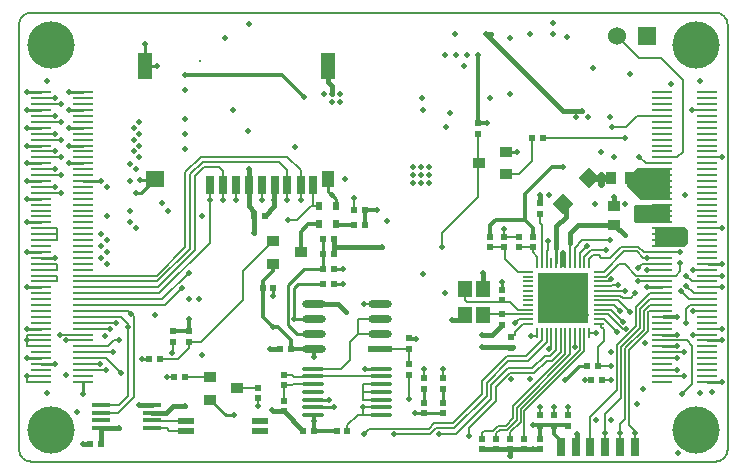
<source format=gtl>
%FSLAX44Y44*%
%MOMM*%
G71*
G01*
G75*
G04 Layer_Physical_Order=1*
G04 Layer_Color=255*
%ADD10R,0.5000X0.6000*%
%ADD11R,1.0668X0.8128*%
%ADD12R,0.6000X0.5000*%
%ADD13R,0.8000X1.6000*%
%ADD14O,2.0320X0.6096*%
%ADD15R,2.0320X0.6096*%
%ADD16O,2.0000X0.3500*%
%ADD17R,1.5000X0.4000*%
G04:AMPARAMS|DCode=18|XSize=0.22mm|YSize=0.8mm|CornerRadius=0mm|HoleSize=0mm|Usage=FLASHONLY|Rotation=90.000|XOffset=0mm|YOffset=0mm|HoleType=Round|Shape=RoundedRectangle|*
%AMROUNDEDRECTD18*
21,1,0.2200,0.8000,0,0,90.0*
21,1,0.2200,0.8000,0,0,90.0*
1,1,0.0000,0.4000,0.1100*
1,1,0.0000,0.4000,-0.1100*
1,1,0.0000,-0.4000,-0.1100*
1,1,0.0000,-0.4000,0.1100*
%
%ADD18ROUNDEDRECTD18*%
G04:AMPARAMS|DCode=19|XSize=0.22mm|YSize=0.8mm|CornerRadius=0mm|HoleSize=0mm|Usage=FLASHONLY|Rotation=0.000|XOffset=0mm|YOffset=0mm|HoleType=Round|Shape=RoundedRectangle|*
%AMROUNDEDRECTD19*
21,1,0.2200,0.8000,0,0,0.0*
21,1,0.2200,0.8000,0,0,0.0*
1,1,0.0000,0.1100,-0.4000*
1,1,0.0000,-0.1100,-0.4000*
1,1,0.0000,-0.1100,0.4000*
1,1,0.0000,0.1100,0.4000*
%
%ADD19ROUNDEDRECTD19*%
%ADD20R,4.3000X4.3000*%
%ADD21R,1.4000X0.6000*%
%ADD22R,1.8000X0.2500*%
%ADD23R,1.2000X2.2000*%
%ADD24R,1.6000X1.4000*%
%ADD25R,1.1000X1.4000*%
%ADD26R,0.7000X1.6000*%
%ADD27R,0.6000X0.7000*%
%ADD28R,1.2000X1.4000*%
%ADD29P,1.8385X4X90.0*%
%ADD30R,0.8890X1.0160*%
%ADD31R,1.0160X0.8890*%
%ADD32C,0.4000*%
%ADD33C,0.2000*%
%ADD34C,0.3000*%
%ADD35C,0.2540*%
%ADD36C,0.1270*%
%ADD37C,0.5000*%
%ADD38C,0.6000*%
%ADD39C,0.5000*%
%ADD40C,0.3000*%
G04:AMPARAMS|DCode=41|XSize=4mm|YSize=4mm|CornerRadius=2mm|HoleSize=0mm|Usage=FLASHONLY|Rotation=0.000|XOffset=0mm|YOffset=0mm|HoleType=Round|Shape=RoundedRectangle|*
%AMROUNDEDRECTD41*
21,1,4.0000,0.0000,0,0,0.0*
21,1,0.0000,4.0000,0,0,0.0*
1,1,4.0000,0.0000,0.0000*
1,1,4.0000,0.0000,0.0000*
1,1,4.0000,0.0000,0.0000*
1,1,4.0000,0.0000,0.0000*
%
%ADD41ROUNDEDRECTD41*%
%ADD42R,1.5240X1.5240*%
%ADD43C,1.5240*%
G36*
X266698Y5802D02*
Y-4802D01*
X263500Y-8000D01*
X240000D01*
X238500Y-6500D01*
Y7500D01*
X239500Y8500D01*
X264000D01*
X266698Y5802D01*
D02*
G37*
G36*
X251022Y27500D02*
X251530Y27000D01*
X251530Y12500D01*
X251030Y12000D01*
X222000Y12000D01*
X220657Y13343D01*
X220657Y26657D01*
X221500Y27500D01*
X251022Y27500D01*
D02*
G37*
G36*
X251000Y57000D02*
Y33000D01*
X249778Y31778D01*
X226222D01*
X215000Y43000D01*
Y50000D01*
X223278Y58278D01*
X249722D01*
X251000Y57000D01*
D02*
G37*
D10*
X-42500Y-27187D02*
D03*
X-33500D02*
D03*
X193500Y-121000D02*
D03*
X184500D02*
D03*
X-21941Y-164000D02*
D03*
X-30941D02*
D03*
X-189500Y-103000D02*
D03*
X-180500D02*
D03*
X-168412Y-118412D02*
D03*
X-159411D02*
D03*
X-78691Y-94390D02*
D03*
X-69690D02*
D03*
X-239500Y-175000D02*
D03*
X-230500D02*
D03*
X-59500Y-164000D02*
D03*
X-50500D02*
D03*
X-84500Y-43000D02*
D03*
X-93500D02*
D03*
X-92000Y18000D02*
D03*
X-101000D02*
D03*
X-33500Y-2000D02*
D03*
X-42500D02*
D03*
X134500Y84000D02*
D03*
X143500D02*
D03*
X-33500Y-14690D02*
D03*
X-42500D02*
D03*
X181000Y-109000D02*
D03*
X190000D02*
D03*
X-33500Y-40000D02*
D03*
X-42500D02*
D03*
X-16323Y10510D02*
D03*
X-7323D02*
D03*
Y23010D02*
D03*
X-16323D02*
D03*
D11*
X-84544Y-3411D02*
D03*
Y-22487D02*
D03*
X-61608Y-12949D02*
D03*
X-138544Y-118412D02*
D03*
Y-137487D02*
D03*
X-115608Y-127949D02*
D03*
X89528Y62949D02*
D03*
X112464Y72487D02*
D03*
Y53411D02*
D03*
D12*
X141000Y28500D02*
D03*
Y19500D02*
D03*
X99000Y500D02*
D03*
Y-8500D02*
D03*
X42730Y-140270D02*
D03*
Y-149270D02*
D03*
X29982Y-116515D02*
D03*
Y-107515D02*
D03*
X-170000Y-88500D02*
D03*
Y-79500D02*
D03*
X141270Y-179500D02*
D03*
Y-170500D02*
D03*
X-76000Y-147500D02*
D03*
Y-138500D02*
D03*
X89000Y87500D02*
D03*
Y96500D02*
D03*
X123000Y-8500D02*
D03*
Y500D02*
D03*
X165270Y-150730D02*
D03*
Y-159730D02*
D03*
X141270Y-150730D02*
D03*
Y-159730D02*
D03*
X-76000Y-116500D02*
D03*
Y-125500D02*
D03*
X92000Y-170500D02*
D03*
Y-179500D02*
D03*
X104000D02*
D03*
Y-170500D02*
D03*
X116000D02*
D03*
Y-179500D02*
D03*
X128000D02*
D03*
Y-170500D02*
D03*
X153000Y-150730D02*
D03*
Y-159730D02*
D03*
X111000Y-8500D02*
D03*
Y500D02*
D03*
X135000Y-8500D02*
D03*
Y500D02*
D03*
X117000Y-93500D02*
D03*
Y-84500D02*
D03*
X109000Y-44500D02*
D03*
Y-53500D02*
D03*
Y-74500D02*
D03*
Y-65500D02*
D03*
X42730Y-128270D02*
D03*
Y-119270D02*
D03*
X58730Y-128270D02*
D03*
Y-119270D02*
D03*
Y-140270D02*
D03*
Y-149270D02*
D03*
X30000Y-85500D02*
D03*
Y-94500D02*
D03*
X-98000Y-136500D02*
D03*
Y-127500D02*
D03*
X-156000Y-79500D02*
D03*
Y-88500D02*
D03*
D13*
X221250Y-178000D02*
D03*
X208750D02*
D03*
X196250D02*
D03*
X183750D02*
D03*
X171250D02*
D03*
X158750D02*
D03*
D14*
X-50080Y-94390D02*
D03*
Y-81691D02*
D03*
Y-68991D02*
D03*
Y-56290D02*
D03*
X5800D02*
D03*
Y-68991D02*
D03*
Y-81691D02*
D03*
D15*
Y-94390D02*
D03*
D16*
X-51319Y-111500D02*
D03*
Y-118000D02*
D03*
Y-124500D02*
D03*
Y-131000D02*
D03*
Y-137500D02*
D03*
Y-144000D02*
D03*
Y-150500D02*
D03*
X6681Y-111500D02*
D03*
Y-118000D02*
D03*
Y-124500D02*
D03*
Y-131000D02*
D03*
Y-137500D02*
D03*
Y-144000D02*
D03*
Y-150500D02*
D03*
D17*
X-187500Y-161750D02*
D03*
Y-155250D02*
D03*
Y-148750D02*
D03*
Y-142250D02*
D03*
X-230500D02*
D03*
Y-148750D02*
D03*
Y-155250D02*
D03*
Y-161750D02*
D03*
D18*
X130678Y-49494D02*
D03*
Y-53494D02*
D03*
Y-57494D02*
D03*
Y-45494D02*
D03*
Y-41494D02*
D03*
Y-37494D02*
D03*
Y-33494D02*
D03*
Y-29494D02*
D03*
Y-61494D02*
D03*
Y-65494D02*
D03*
Y-73494D02*
D03*
Y-69494D02*
D03*
X190678Y-33495D02*
D03*
Y-29495D02*
D03*
Y-37494D02*
D03*
Y-41494D02*
D03*
Y-73494D02*
D03*
Y-69494D02*
D03*
Y-65494D02*
D03*
Y-61494D02*
D03*
Y-57494D02*
D03*
Y-45494D02*
D03*
Y-49495D02*
D03*
Y-53495D02*
D03*
D19*
X162678Y-21494D02*
D03*
X158678D02*
D03*
X154678D02*
D03*
X166678D02*
D03*
X170678D02*
D03*
X174678D02*
D03*
X178678D02*
D03*
X182678D02*
D03*
X150678D02*
D03*
X146678D02*
D03*
X138678D02*
D03*
X142678D02*
D03*
X182678Y-81495D02*
D03*
X178678D02*
D03*
X174678D02*
D03*
X170678D02*
D03*
X166678D02*
D03*
X138678D02*
D03*
X142678D02*
D03*
X146678D02*
D03*
X150678D02*
D03*
X154678D02*
D03*
X158678D02*
D03*
X162678D02*
D03*
D20*
X160678Y-51494D02*
D03*
D21*
X-158500Y-155800D02*
D03*
X-95500D02*
D03*
Y-164200D02*
D03*
X-158500D02*
D03*
D22*
X244700Y2500D02*
D03*
X282700D02*
D03*
Y7500D02*
D03*
X244700D02*
D03*
X282700Y12500D02*
D03*
X244700D02*
D03*
X282700Y17500D02*
D03*
X244700D02*
D03*
X282700Y22500D02*
D03*
X244700D02*
D03*
X282700Y27500D02*
D03*
X244700D02*
D03*
X282700Y32500D02*
D03*
X244700D02*
D03*
X282700Y37500D02*
D03*
X244700D02*
D03*
Y-2500D02*
D03*
X282700D02*
D03*
X244700Y-7500D02*
D03*
X282700D02*
D03*
X244700Y-12500D02*
D03*
X282700D02*
D03*
X244700Y-17500D02*
D03*
X282700D02*
D03*
X244700Y-22500D02*
D03*
X282700D02*
D03*
X244700Y-27500D02*
D03*
X282700D02*
D03*
X244700Y-32500D02*
D03*
X282700D02*
D03*
Y-37500D02*
D03*
X244700D02*
D03*
Y-122500D02*
D03*
X282700D02*
D03*
X244700Y-117500D02*
D03*
X282700D02*
D03*
Y-112500D02*
D03*
X244700D02*
D03*
X282700Y-107500D02*
D03*
X244700D02*
D03*
X282700Y-102500D02*
D03*
X244700D02*
D03*
X282700Y-97500D02*
D03*
X244700D02*
D03*
X282700Y-92500D02*
D03*
X244700D02*
D03*
X282700Y-87500D02*
D03*
X244700D02*
D03*
X282700Y-82500D02*
D03*
X244700D02*
D03*
Y-42500D02*
D03*
X282700D02*
D03*
X244700Y-47500D02*
D03*
X282700D02*
D03*
X244700Y-52500D02*
D03*
X282700D02*
D03*
X244700Y-57500D02*
D03*
X282700D02*
D03*
X244700Y-62500D02*
D03*
X282700D02*
D03*
X244700Y-67500D02*
D03*
X282700D02*
D03*
X244700Y-72500D02*
D03*
X282700D02*
D03*
Y-77500D02*
D03*
X244700D02*
D03*
Y72500D02*
D03*
X282700D02*
D03*
Y77500D02*
D03*
X244700D02*
D03*
X282700Y82500D02*
D03*
X244700D02*
D03*
X282700Y87500D02*
D03*
X244700D02*
D03*
X282700Y92500D02*
D03*
X244700D02*
D03*
X282700Y97500D02*
D03*
X244700D02*
D03*
X282700Y102500D02*
D03*
X244700D02*
D03*
X282700Y107500D02*
D03*
X244700D02*
D03*
Y67500D02*
D03*
X282700D02*
D03*
X244700Y62500D02*
D03*
X282700D02*
D03*
X244700Y57500D02*
D03*
X282700D02*
D03*
X244700Y52500D02*
D03*
X282700D02*
D03*
X244700Y47500D02*
D03*
X282700D02*
D03*
X244700Y42500D02*
D03*
X282700D02*
D03*
X244700Y112500D02*
D03*
X282700D02*
D03*
Y117500D02*
D03*
X244700D02*
D03*
X282700Y122500D02*
D03*
X244700D02*
D03*
X-245700Y2500D02*
D03*
Y7500D02*
D03*
Y12500D02*
D03*
Y17500D02*
D03*
Y22500D02*
D03*
Y27500D02*
D03*
Y32500D02*
D03*
Y37500D02*
D03*
Y-2500D02*
D03*
Y-7500D02*
D03*
Y-12500D02*
D03*
Y-17500D02*
D03*
Y-22500D02*
D03*
Y-27500D02*
D03*
Y-32500D02*
D03*
Y-37500D02*
D03*
Y-122500D02*
D03*
Y-117500D02*
D03*
Y-112500D02*
D03*
Y-107500D02*
D03*
Y-102500D02*
D03*
Y-97500D02*
D03*
Y-92500D02*
D03*
Y-87500D02*
D03*
Y-82500D02*
D03*
Y-42500D02*
D03*
Y-47500D02*
D03*
Y-52500D02*
D03*
Y-57500D02*
D03*
Y-62500D02*
D03*
Y-67500D02*
D03*
Y-72500D02*
D03*
Y-77500D02*
D03*
Y72500D02*
D03*
Y77500D02*
D03*
Y82500D02*
D03*
Y87500D02*
D03*
Y92500D02*
D03*
Y97500D02*
D03*
Y102500D02*
D03*
Y107500D02*
D03*
Y67500D02*
D03*
Y62500D02*
D03*
Y57500D02*
D03*
Y52500D02*
D03*
Y47500D02*
D03*
Y42500D02*
D03*
Y112500D02*
D03*
Y117500D02*
D03*
Y122500D02*
D03*
X-281700D02*
D03*
Y117500D02*
D03*
Y112500D02*
D03*
Y42500D02*
D03*
Y47500D02*
D03*
Y52500D02*
D03*
Y57500D02*
D03*
Y62500D02*
D03*
Y67500D02*
D03*
Y107500D02*
D03*
Y102500D02*
D03*
Y97500D02*
D03*
Y92500D02*
D03*
Y87500D02*
D03*
Y82500D02*
D03*
Y77500D02*
D03*
Y72500D02*
D03*
Y-77500D02*
D03*
Y-72500D02*
D03*
Y-67500D02*
D03*
Y-62500D02*
D03*
Y-57500D02*
D03*
Y-52500D02*
D03*
Y-47500D02*
D03*
Y-42500D02*
D03*
Y-82500D02*
D03*
Y-87500D02*
D03*
Y-92500D02*
D03*
Y-97500D02*
D03*
Y-102500D02*
D03*
Y-107500D02*
D03*
Y-112500D02*
D03*
Y-117500D02*
D03*
Y-122500D02*
D03*
Y-37500D02*
D03*
Y-32500D02*
D03*
Y-27500D02*
D03*
Y-22500D02*
D03*
Y-17500D02*
D03*
Y-12500D02*
D03*
Y-7500D02*
D03*
Y-2500D02*
D03*
Y37500D02*
D03*
Y32500D02*
D03*
Y27500D02*
D03*
Y22500D02*
D03*
Y17500D02*
D03*
Y12500D02*
D03*
Y7500D02*
D03*
Y2500D02*
D03*
D23*
X-193626Y145198D02*
D03*
X-38539Y145201D02*
D03*
D24*
X-184616Y49201D02*
D03*
D25*
X-38596Y49111D02*
D03*
D26*
X-138659Y44118D02*
D03*
X-127606D02*
D03*
X-116646D02*
D03*
X-105630D02*
D03*
X-94590D02*
D03*
X-83623D02*
D03*
X-72656D02*
D03*
X-61606D02*
D03*
X-50653D02*
D03*
D27*
X-46100Y26000D02*
D03*
X-31900D02*
D03*
Y11000D02*
D03*
X-46100D02*
D03*
D28*
X92500Y-44000D02*
D03*
Y-66000D02*
D03*
X77500D02*
D03*
Y-44000D02*
D03*
D29*
X183000Y50000D02*
D03*
X161000Y28000D02*
D03*
D30*
X217001Y50000D02*
D03*
X200999D02*
D03*
D31*
X203810Y26271D02*
D03*
Y10269D02*
D03*
D32*
X161000Y107000D02*
X177000D01*
X-175750Y-148750D02*
X-170000Y-143000D01*
X-187500Y-148750D02*
X-175750D01*
X-38539Y131630D02*
Y145201D01*
X-35000Y121000D02*
Y128090D01*
X-38539Y131630D02*
X-35000Y128090D01*
X135000Y-179500D02*
X141270D01*
X128000D02*
X135000D01*
X-246000Y-175000D02*
X-239500D01*
X-86000Y-146000D02*
X-84500Y-147500D01*
X-76000D01*
X-59500Y-164000D01*
X-29709Y-56290D02*
X-23000Y-63000D01*
X-50080Y-56290D02*
X-29709D01*
X-87610Y-94390D02*
X-78691D01*
X141000Y28500D02*
Y36000D01*
X95634Y172366D02*
X161000Y107000D01*
X-33500Y-8345D02*
Y-2000D01*
Y-14690D02*
Y-8345D01*
X7655D01*
X-105630Y26209D02*
Y44118D01*
Y26209D02*
X-101000Y21580D01*
Y18000D02*
Y21580D01*
X-84000Y26000D02*
Y31606D01*
X-92000Y18000D02*
X-84000Y26000D01*
X-101000Y3631D02*
Y18000D01*
X-230500Y-161750D02*
X-215250D01*
X-84000Y31606D02*
Y44118D01*
X-230500Y-175000D02*
Y-161750D01*
X95634Y172366D02*
X99634D01*
X116000Y-179500D02*
X128000D01*
X92000D02*
X116000D01*
Y-185000D02*
Y-179500D01*
X154678Y-9461D02*
Y9046D01*
X163000Y17368D01*
Y28000D01*
X172105Y-177145D02*
Y-166980D01*
X171250Y-181750D02*
Y-178000D01*
X-198500Y-142500D02*
X-187500D01*
X203810Y26271D02*
Y34270D01*
X-170000Y-143000D02*
X-159000D01*
X166678Y-5000D02*
Y3274D01*
X173673Y10269D01*
X203810D01*
X203986Y10445D02*
X213000Y1431D01*
X-105630Y44118D02*
Y58000D01*
X92006Y-92994D02*
X92011Y-93000D01*
X92006Y-92994D02*
X118356D01*
X100500Y-83000D02*
X109000Y-74500D01*
X92000Y-83000D02*
X100500D01*
X92500Y-44000D02*
Y-30072D01*
X67000Y-70000D02*
X78200D01*
D33*
X223500Y102500D02*
X244700D01*
X214000Y93000D02*
X223500Y102500D01*
X202000Y93000D02*
X214000D01*
X88650Y33650D02*
Y87500D01*
X58350Y3350D02*
X88650Y33650D01*
X58350Y-8650D02*
Y3350D01*
X-159000Y55000D02*
X-146000Y68000D01*
X-159000Y-8000D02*
Y55000D01*
X-183500Y-32500D02*
X-159000Y-8000D01*
X-155000Y53343D02*
X-144343Y64000D01*
X-155000Y-9657D02*
Y53343D01*
X-151000Y51686D02*
X-143686Y59000D01*
X-151000Y-11314D02*
Y51686D01*
X-182843Y-37500D02*
X-155000Y-9657D01*
X-182186Y-42500D02*
X-151000Y-11314D01*
X-138659Y-4630D02*
Y31606D01*
X-245700Y-47500D02*
X-181529D01*
X-245700Y-42500D02*
X-182186D01*
X-245700Y-37500D02*
X-182843D01*
X-181529Y-47500D02*
X-138659Y-4630D01*
X-245700Y-32500D02*
X-183500D01*
X-245700Y-57500D02*
X-176500D01*
X-162000Y-43000D01*
X-245700Y-52500D02*
X-178696D01*
X-156196Y-30000D01*
X-94590Y32017D02*
Y44118D01*
X-12691Y-68991D02*
X5800D01*
X-12691Y-81691D02*
Y-68991D01*
Y-81691D02*
X5800D01*
X-110000Y-28867D02*
X-84544Y-3411D01*
X-110000Y-53000D02*
Y-28867D01*
X-145500Y-88500D02*
X-110000Y-53000D01*
X-156000Y-88500D02*
X-145500D01*
X-156000Y-94000D02*
Y-88500D01*
X-165000Y-103000D02*
X-156000Y-94000D01*
X-180500Y-103000D02*
X-165000D01*
X-226500Y-102500D02*
X-214000Y-115000D01*
X-245700Y-102500D02*
X-226500D01*
X-293307Y-122500D02*
X-281700D01*
X-293307Y-92500D02*
X-281700D01*
X-293307D02*
Y-87500D01*
Y-82500D02*
X-281700D01*
X-293307Y-87500D02*
Y-82500D01*
X-267500Y2500D02*
Y7500D01*
Y-2500D02*
Y2500D01*
X-281700Y-2500D02*
X-267500D01*
X-281700Y2500D02*
X-267500D01*
X-281700Y7500D02*
X-267500D01*
Y-27500D02*
Y-22500D01*
X-281700D02*
X-267500D01*
X-281700Y-27500D02*
X-267500D01*
X-281700Y-37500D02*
X-267500D01*
Y-32500D01*
X-281700D02*
X-267500D01*
X-281700Y-27500D02*
X-281700Y-27500D01*
X-207500Y-62500D02*
X-205000Y-65000D01*
X-213500Y-67500D02*
X-207636Y-73363D01*
Y-76000D02*
Y-73363D01*
X-230500Y-142500D02*
X-215500D01*
X-207636Y-134636D01*
Y-76000D01*
X-187500Y-162000D02*
X-175000D01*
X-172800Y-164200D01*
X-158500D01*
X-8500Y-137500D02*
X6681D01*
X-8500D02*
Y-130000D01*
Y-124500D01*
Y-130000D02*
X-7500Y-131000D01*
X6681D01*
X-8500Y-124500D02*
X6681D01*
X104000Y-139000D02*
Y-126529D01*
X81422Y-161578D02*
X104000Y-139000D01*
X81422Y-168064D02*
Y-161578D01*
X100000Y-137000D02*
Y-124872D01*
X69961Y-167039D02*
X100000Y-137000D01*
X96000Y-134657D02*
Y-123216D01*
X53000Y-162000D02*
X68657D01*
X96000Y-134657D01*
X92000Y-133000D02*
Y-121559D01*
X67328Y-157672D02*
X92000Y-133000D01*
X51672Y-157672D02*
X67328D01*
X92000Y-121559D02*
X113216Y-100343D01*
X96000Y-123216D02*
X114327Y-104888D01*
X100000Y-124872D02*
X113872Y-111000D01*
X104000Y-126529D02*
X115529Y-115000D01*
X244700Y-87500D02*
X265500D01*
X244700Y-32500D02*
X256000D01*
X259500Y-29000D01*
X212694Y-22694D02*
X222500Y-32500D01*
X244700D01*
X170678Y-9071D02*
X177069Y-2680D01*
X200000D01*
X225043Y151257D02*
X243743D01*
X206300Y170000D02*
X225043Y151257D01*
X143500Y84000D02*
X213000D01*
X29982Y-136982D02*
Y-116515D01*
X134500Y64500D02*
Y84000D01*
X123412Y53411D02*
X134500Y64500D01*
X112464Y53411D02*
X123412D01*
X268500Y-57500D02*
X282700D01*
X265000Y-61000D02*
X268500Y-57500D01*
X265000Y-73000D02*
Y-61000D01*
X-13319Y-150500D02*
X-8500D01*
Y-144000D01*
X-21941Y-159123D02*
X-13319Y-150500D01*
X-21941Y-164000D02*
Y-159123D01*
X-8500Y-144000D02*
X6681D01*
X-72656Y31606D02*
Y44118D01*
X-116646Y31606D02*
Y44118D01*
X-127606Y31606D02*
Y44118D01*
X-138659Y31606D02*
Y44118D01*
X-72000Y14250D02*
X-64750D01*
X-74250D02*
X-72000D01*
X-143686Y59000D02*
X-131000D01*
X-144343Y64000D02*
X-79657D01*
X-146000Y68000D02*
X-73000D01*
X-16323Y23010D02*
Y33000D01*
X-61606Y31639D02*
Y44118D01*
X-53000Y26000D02*
X-50653D01*
X-64750Y14250D02*
X-53000Y26000D01*
X-50653D02*
Y44118D01*
Y26000D02*
X-45100D01*
X29890Y-94390D02*
X29982Y-94482D01*
X5800Y-94390D02*
X29890D01*
X29982Y-107515D02*
Y-95515D01*
X-61606Y44118D02*
Y56606D01*
X-73000Y68000D02*
X-61606Y56606D01*
X-127606Y44118D02*
Y55606D01*
X-131000Y59000D02*
X-127606Y55606D01*
X-79657Y64000D02*
X-72656Y56999D01*
Y44118D02*
Y56999D01*
X-98000Y-143000D02*
Y-136500D01*
X-115608Y-127949D02*
X-98449D01*
X-174326Y-118412D02*
X-168412D01*
X-245700Y-112500D02*
X-226500D01*
X-245700Y-107500D02*
X-231500D01*
X-159411Y-118412D02*
X-138544D01*
X-7710Y-56290D02*
X5800D01*
X-20000Y-89000D02*
X-12691Y-81691D01*
X-20000Y-104000D02*
Y-89000D01*
X-27500Y-111500D02*
X-20000Y-104000D01*
X-51319Y-111500D02*
X-27500D01*
X-8500Y-150500D02*
X6681D01*
X-76000Y-140000D02*
Y-125500D01*
X-68500D02*
X-67500Y-124500D01*
X-51319D01*
X-76000Y-125500D02*
X-68500D01*
X-51377Y-118059D02*
X-51319Y-118000D01*
X-66941Y-118059D02*
X-51377D01*
X-68500Y-116500D02*
X-66941Y-118059D01*
X-76000Y-116500D02*
X-68500D01*
X-51319Y-118000D02*
X6681D01*
X244700Y-102500D02*
X257000D01*
X244700Y-97500D02*
X263366D01*
X190000Y-109000D02*
X201000D01*
X190000Y-92677D02*
X195000Y-87677D01*
X190000Y-109000D02*
Y-92677D01*
X193000Y-76000D02*
Y-73494D01*
Y-76000D02*
X195000Y-78000D01*
Y-87677D02*
Y-78000D01*
X261000Y-133000D02*
X270000Y-124000D01*
Y-92000D01*
X265500Y-87500D02*
X270000Y-92000D01*
X115529Y-115000D02*
X136151D01*
X113872Y-111000D02*
X134494D01*
X114327Y-104888D02*
X130617D01*
X113216Y-100343D02*
X129505D01*
X58730Y-119270D02*
Y-111770D01*
X42730Y-119270D02*
Y-111770D01*
X-224900Y-92500D02*
X-219400Y-87000D01*
X-215000D01*
X-216343Y-149000D02*
X-203000Y-135657D01*
Y-67000D01*
X-205000Y-65000D02*
X-203000Y-67000D01*
X-245700Y-67500D02*
X-213500D01*
X-245700Y-62500D02*
X-207500D01*
X-245700Y-92500D02*
X-224900D01*
X269500Y107500D02*
X282700D01*
X243743Y151257D02*
X262000Y133000D01*
Y72000D02*
Y133000D01*
X257500Y67500D02*
X262000Y72000D01*
X141000Y11556D02*
X142678Y9878D01*
X141000Y11556D02*
Y19500D01*
X111000Y500D02*
Y7000D01*
X142678Y-21494D02*
Y9878D01*
X138678Y-21494D02*
Y-16678D01*
X135000Y-13000D02*
X138578Y-16578D01*
X135000Y-13000D02*
Y-8500D01*
X111000Y500D02*
X123000D01*
X99000Y-8500D02*
X111087D01*
X123000D02*
X135000D01*
X122394Y-29394D02*
X130678D01*
X111455Y-18455D02*
X122394Y-29394D01*
X111455Y-18455D02*
Y-8868D01*
X46782Y-162561D02*
X51672Y-157672D01*
X-3561Y-162561D02*
X46782D01*
X47939Y-167061D02*
X53000Y-162000D01*
X56039Y-167039D02*
X69961D01*
X79500Y-55000D02*
X115931D01*
X122425Y-61494D01*
X126406Y-73594D02*
X130678D01*
X120000Y-80000D02*
X126406Y-73594D01*
X120000Y-83098D02*
Y-80000D01*
X-7461Y-166461D02*
X-3561Y-162561D01*
X17939Y-167061D02*
X47939D01*
X179000Y-121000D02*
X184500D01*
X193500D02*
X200000D01*
X-265000Y-82500D02*
X-245700D01*
X-260000Y-87500D02*
X-243500D01*
X-245700Y-72500D02*
X-218000D01*
X-245700Y-77500D02*
X-223000D01*
X-281700Y112500D02*
X-264363D01*
X-281700Y117500D02*
X-269500D01*
X-281700Y97500D02*
X-264363D01*
X-281700Y102500D02*
X-269500D01*
X-281700Y82500D02*
X-264363D01*
X-281700Y87500D02*
X-269500D01*
X-281700Y67500D02*
X-264363D01*
X-281700Y72500D02*
X-269500D01*
X-281700Y52500D02*
X-264363D01*
X-281700Y57500D02*
X-269500D01*
X-281700Y42500D02*
X-269500D01*
X-245700Y-57610D02*
X-229000D01*
X-281700Y37500D02*
X-264363D01*
X271000Y-82500D02*
X282700D01*
X232000Y-17500D02*
X236000D01*
X244700Y-112500D02*
X257000D01*
X244700Y-117500D02*
X263366D01*
X282700Y-77500D02*
X295000D01*
X236500Y-17500D02*
X244700D01*
X282700Y-42500D02*
X295000D01*
Y-42500D02*
X295000Y-42500D01*
X271431Y-47500D02*
X282700D01*
X265000Y-41069D02*
X271431Y-47500D01*
X271000Y-27500D02*
X282700D01*
Y-32500D02*
X295000D01*
X282700Y7500D02*
X295000D01*
X270000Y-37500D02*
X282700D01*
X265000Y-32500D02*
X270000Y-37500D01*
X259500Y-29000D02*
Y-22000D01*
X282700Y67500D02*
X295000D01*
X244700Y62500D02*
X246450D01*
X230500D02*
X244700D01*
X225000Y68000D02*
X230500Y62500D01*
X280950Y67500D02*
X282700D01*
X-293307Y-87500D02*
X-281700D01*
X-293307Y-122500D02*
Y-117500D01*
X-281700D01*
X271000Y-62500D02*
X282700D01*
X149000Y-94494D02*
X150678Y-92816D01*
Y-81495D01*
X120000Y-72494D02*
X123000Y-69494D01*
X130678D01*
X170678Y-92683D02*
Y-81495D01*
X195110Y-29395D02*
X195119Y-29385D01*
X190778Y-29395D02*
X195110D01*
X190678Y-33495D02*
X197335D01*
X190678Y-29495D02*
X190778Y-29395D01*
X174678Y-21494D02*
Y-13662D01*
X178678Y-21494D02*
Y-16717D01*
X182678Y-21494D02*
Y-18816D01*
X186000Y-15494D01*
X199699Y-37494D02*
X201640Y-35554D01*
X190678Y-37494D02*
X199699D01*
X182678Y-81495D02*
X188178D01*
X146678Y-88827D02*
Y-81495D01*
X142678Y-87170D02*
Y-81495D01*
X190678Y-57494D02*
X204000D01*
X209000Y-62494D01*
X246450Y67500D02*
X257500D01*
X-230500Y-149000D02*
X-216343D01*
X207000Y-53495D02*
X217000Y-63494D01*
X190678Y-53495D02*
X207000D01*
X260500Y-45500D02*
X267500Y-52500D01*
X282700D01*
X190678Y-45494D02*
X213000D01*
X202356Y-40494D02*
X207000D01*
X201356Y-41494D02*
X202356Y-40494D01*
X190678Y-41494D02*
X201356D01*
X190678Y-61494D02*
X201000D01*
X211500Y-71994D01*
X244700Y-12500D02*
X259500D01*
X133178Y-83744D02*
X138606D01*
X138678Y-83816D01*
X190678Y-49495D02*
X209000D01*
X211000Y-51494D01*
X218000D01*
X222000Y-47494D01*
X-187500Y-155500D02*
X-158500D01*
X-245700Y-97500D02*
X-220000D01*
X91006Y-65494D02*
X130678D01*
X90500Y-66000D02*
X91006Y-65494D01*
X122425Y-61494D02*
X130678D01*
X166678Y-21494D02*
Y-5000D01*
X148000Y-10678D02*
Y-3569D01*
X146678Y-12000D02*
X148000Y-10678D01*
X146678Y-21494D02*
Y-12000D01*
X174678Y-13662D02*
X181000Y-7340D01*
X129505Y-100343D02*
X142678Y-87170D01*
X130617Y-104888D02*
X146678Y-88827D01*
X134494Y-111000D02*
X145000Y-100494D01*
X136151Y-115000D02*
X146657Y-104494D01*
X206000Y-81000D02*
Y-80506D01*
X190678Y-65494D02*
X198636D01*
X195000Y-69494D02*
X206000Y-80494D01*
X190678Y-69494D02*
X195000D01*
X205994Y-80500D02*
X206000Y-80506D01*
X224491Y-37546D02*
X244700D01*
X232000Y-27500D02*
X244700D01*
X224000Y-26000D02*
X227500Y-22500D01*
X184395Y-11000D02*
X197000D01*
X178678Y-16717D02*
X184395Y-11000D01*
X227500Y-22500D02*
X244700D01*
X170678Y-21494D02*
Y-9071D01*
X186000Y-15494D02*
X191000D01*
X193041Y-17536D01*
X224506Y-8000D02*
X229006Y-12500D01*
X244700D01*
X195119Y-29385D02*
Y-29339D01*
X228349Y-17500D02*
X232000D01*
X222849Y-12000D02*
X228349Y-17500D01*
X212458Y-12000D02*
X222849D01*
X195119Y-29339D02*
X212458Y-12000D01*
X193041Y-17536D02*
X200464D01*
X210000Y-8000D01*
X224506D01*
X197335Y-33495D02*
X208136Y-22694D01*
X212694D01*
X190678Y-73494D02*
X193000D01*
X211142Y-78000D02*
X214000D01*
X198636Y-65494D02*
X211142Y-78000D01*
X146657Y-104494D02*
X151643D01*
X158678Y-97460D01*
Y-81495D01*
X145000Y-100494D02*
X149986D01*
X154678Y-95803D01*
Y-81495D01*
X77500Y-53000D02*
Y-44000D01*
Y-53000D02*
X79500Y-55000D01*
X-170000Y-97840D02*
Y-88500D01*
X-290000Y190000D02*
G03*
X-300000Y180000I0J-10000D01*
G01*
Y-180000D02*
G03*
X-290000Y-190000I10000J0D01*
G01*
X299941Y180000D02*
G03*
X289941Y190000I-10000J0D01*
G01*
Y-190000D02*
G03*
X299941Y-180000I0J10000D01*
G01*
X-290000Y190000D02*
X289941Y190000D01*
X-290000Y-190000D02*
X289941Y-190000D01*
X-300000Y-180000D02*
Y180000D01*
X300000Y-180000D02*
Y180000D01*
D34*
X-69690Y-94390D02*
Y-87310D01*
X-80500Y-76500D02*
X-69690Y-87310D01*
X-84500Y-76500D02*
X-80500D01*
X-93500Y-67500D02*
Y-43000D01*
X-84500Y-76500D02*
Y-76500D01*
X-93500Y-67500D02*
X-84500Y-76500D01*
X-84544Y-28544D02*
Y-22487D01*
X-93500Y-37500D02*
X-84544Y-28544D01*
X-93500Y-43000D02*
Y-37500D01*
X89000Y96500D02*
Y154000D01*
Y96500D02*
X96500D01*
X-55343Y11000D02*
X-46100D01*
X-61608Y4735D02*
X-55343Y11000D01*
X-61608Y-12949D02*
Y4735D01*
X-31900Y10510D02*
X-16323D01*
X-50500Y-156000D02*
Y-151319D01*
Y-164000D02*
Y-156000D01*
Y-164000D02*
X-30941D01*
X-51319Y-150500D02*
X-50500Y-151319D01*
X-156000Y-79500D02*
Y-69600D01*
X29982Y-86515D02*
X36434D01*
X-170000Y-79500D02*
X-155980D01*
X-7323Y23010D02*
X2892D01*
X-7323Y10510D02*
Y23010D01*
X-50500Y-101340D02*
Y-94810D01*
X-69690Y-94390D02*
X-50080D01*
X-77450Y137450D02*
X-59000Y119000D01*
X-158550Y137450D02*
X-77450D01*
X151000Y59000D02*
X160632D01*
X128189Y36189D02*
X151000Y59000D01*
X128189Y14811D02*
Y36189D01*
X135000Y500D02*
Y8000D01*
X128189Y14811D02*
X135000Y8000D01*
X103811Y14811D02*
X128189D01*
X99000Y10000D02*
X103811Y14811D01*
X99000Y500D02*
Y10000D01*
X141270Y-159460D02*
X165270D01*
X158750Y-178000D02*
Y-172750D01*
X153000Y-167000D02*
X158750Y-172750D01*
X153000Y-167000D02*
Y-159730D01*
X135000Y-159460D02*
X141270D01*
Y-159730D02*
Y-159460D01*
Y-170500D02*
Y-159730D01*
X246450Y-67500D02*
X257000D01*
D35*
X-195416Y-103000D02*
X-189500D01*
X-196317Y37500D02*
X-185827Y47990D01*
X-184616Y49201D01*
X-197529Y47990D02*
X-185827D01*
X-201000Y37500D02*
X-196317D01*
X-35248Y35248D02*
X-31900Y31900D01*
X-38596Y38596D02*
X-35248Y35248D01*
X-293307Y32500D02*
X-281700D01*
X109000Y-44500D02*
Y-38000D01*
X112464Y72487D02*
X121487D01*
X-258000Y77500D02*
X-245700D01*
X-281700Y-17500D02*
X-269500D01*
X-245700Y47500D02*
X-230500D01*
X-258000Y107500D02*
X-245700D01*
X-38596Y38596D02*
Y49111D01*
X-31900Y26000D02*
Y31900D01*
X-84500Y-49500D02*
Y-43000D01*
X-125031Y-151000D02*
X-118000D01*
X-138544Y-137487D02*
X-125031Y-151000D01*
X-193700Y145272D02*
Y163700D01*
X-193626Y145198D02*
X-183198D01*
X35270Y-149270D02*
X42730D01*
X58730D01*
X-6819Y-111500D02*
X6681D01*
X-51319Y-144000D02*
X-33000D01*
X-51319Y-137500D02*
X-37819D01*
X58730Y-140270D02*
Y-128270D01*
X42730Y-140270D02*
Y-128270D01*
X-59000Y-27187D02*
X-42500D01*
X-64310Y-81691D02*
X-50080D01*
X-72000Y-74000D02*
X-64310Y-81691D01*
X-72000Y-74000D02*
Y-40187D01*
X-59000Y-27187D01*
X-42500Y-40000D02*
X-42189D01*
X-67000Y-69000D02*
Y-43000D01*
X-64000Y-40000D02*
X-42500D01*
X-67000Y-43000D02*
X-64000Y-40000D01*
X-50090Y-68991D02*
X-50080D01*
X-67000Y-69000D02*
X-50090D01*
X-42500Y-27187D02*
Y-1000D01*
X-33189Y-40000D02*
X-26000D01*
X-33189Y-27187D02*
X-26203D01*
X162565Y-120980D02*
X174545Y-109000D01*
X181000D01*
X154678Y-21494D02*
Y-9461D01*
X-293307Y92500D02*
X-281700D01*
X-293307Y107500D02*
X-281700D01*
X282700Y-87500D02*
X295000D01*
X282700Y-122500D02*
X295000D01*
X244700Y-92500D02*
X257000D01*
X244700Y-82500D02*
X257000D01*
X232000Y-42500D02*
X244700D01*
X282997Y-22500D02*
X295000D01*
X-258000Y62500D02*
X-245700D01*
X-258000Y92500D02*
X-245700D01*
X-258000Y122500D02*
X-245700D01*
X-293307Y77500D02*
X-281700D01*
Y-107500D02*
X-269500D01*
X-293307Y-102500D02*
X-281700D01*
X-293307Y-77500D02*
X-281700D01*
X-293307Y-42500D02*
X-281700D01*
X-293307Y-12500D02*
X-281700D01*
X-293307Y122500D02*
X-281700D01*
X-245700Y-133049D02*
Y-122500D01*
X-293307Y12500D02*
X-281700D01*
X-293307Y47500D02*
X-281700D01*
X-293307Y62500D02*
X-281700D01*
D36*
X118190Y-153561D02*
Y-143088D01*
X121460Y-154916D02*
Y-144443D01*
X124730Y-156270D02*
Y-145797D01*
X128000Y-170500D02*
Y-147152D01*
X101000Y-164000D02*
X105270Y-159730D01*
X94000Y-164000D02*
X101000D01*
X92000Y-166000D02*
X94000Y-164000D01*
X92000Y-170500D02*
Y-166000D01*
X105270Y-159730D02*
X112021D01*
X118190Y-153561D01*
X113376Y-163000D02*
X121460Y-154916D01*
X107000Y-163000D02*
X113376D01*
X104000Y-166000D02*
X107000Y-163000D01*
X104000Y-170500D02*
Y-166000D01*
X116000Y-170500D02*
Y-165000D01*
X124730Y-156270D01*
X128000Y-147152D02*
X178678Y-96474D01*
X118190Y-143088D02*
X162678Y-98601D01*
X121460Y-144443D02*
X166543Y-99360D01*
X124730Y-145797D02*
X174813Y-95715D01*
X178678Y-96474D02*
Y-81495D01*
X174678Y-90700D02*
Y-84899D01*
X174813Y-95715D02*
Y-90835D01*
X174678Y-90700D02*
X174813Y-90835D01*
X166543Y-99360D02*
Y-90970D01*
X166678Y-90835D01*
Y-81495D01*
X162678Y-98601D02*
Y-81495D01*
X244700Y-47500D02*
X246450D01*
X234627D02*
X244700D01*
X234251Y-52500D02*
X244700D01*
X233876Y-57500D02*
X244700D01*
X233500Y-62500D02*
X244700D01*
X232405Y-63595D02*
X233500Y-62500D01*
X208750Y-158250D02*
X213270Y-153730D01*
X216540Y-159290D02*
X221250Y-164000D01*
X229135Y-62241D02*
X233876Y-57500D01*
X225865Y-60886D02*
X234251Y-52500D01*
X222595Y-59532D02*
X234627Y-47500D01*
X232405Y-79595D02*
Y-63595D01*
X229135Y-78241D02*
Y-62241D01*
X225865Y-76886D02*
Y-60886D01*
X222595Y-75532D02*
Y-59532D01*
X196250Y-177000D02*
Y-166000D01*
X208750Y-177000D02*
Y-166000D01*
Y-158250D01*
X221250Y-177000D02*
Y-166000D01*
Y-164000D01*
X165000Y-150625D02*
Y-144124D01*
X153000Y-150730D02*
Y-144124D01*
X141270Y-150730D02*
Y-144230D01*
X196250Y-166000D02*
Y-150000D01*
X210000Y-136250D01*
X183750Y-177000D02*
Y-152250D01*
X206730Y-91397D02*
X222595Y-75532D01*
X213270Y-153730D02*
Y-94106D01*
X210000Y-136250D02*
Y-92751D01*
X183750Y-152250D02*
X206730Y-129270D01*
X210000Y-92751D02*
X225865Y-76886D01*
X206730Y-129270D02*
Y-91397D01*
X213270Y-94106D02*
X229135Y-78241D01*
X216540Y-159290D02*
Y-95460D01*
X232405Y-79595D01*
D37*
X160678Y-22494D02*
Y-13361D01*
D38*
X193000Y45000D02*
Y53000D01*
X184000Y50000D02*
X200999D01*
X218367D02*
X226000D01*
D39*
X276200Y132000D02*
D03*
Y-132000D02*
D03*
X-276200D02*
D03*
Y132000D02*
D03*
X151866Y171866D02*
D03*
X60600Y-47400D02*
D03*
X42500Y107500D02*
D03*
X77000Y145000D02*
D03*
X-185000Y-66000D02*
D03*
X182000Y102000D02*
D03*
X177000Y107000D02*
D03*
X172000Y102000D02*
D03*
X-197529Y47990D02*
D03*
X149000Y36000D02*
D03*
X-23740Y49260D02*
D03*
X164412Y169412D02*
D03*
X192524Y72476D02*
D03*
X109000Y-38000D02*
D03*
X186000Y143000D02*
D03*
X217633Y137795D02*
D03*
X121487Y72487D02*
D03*
X-258000Y77500D02*
D03*
X-269500Y-17500D02*
D03*
X-230500Y47500D02*
D03*
X42500Y-31500D02*
D03*
X116000Y121000D02*
D03*
X-258000Y107500D02*
D03*
X-246000Y-175000D02*
D03*
X-86000Y-146000D02*
D03*
X-23000Y-63000D02*
D03*
X-87610Y-94390D02*
D03*
X141000Y36000D02*
D03*
X98705Y117705D02*
D03*
X65000Y105000D02*
D03*
X61600Y93400D02*
D03*
X213000Y84000D02*
D03*
X202000Y93000D02*
D03*
X7655Y-8345D02*
D03*
X-144680Y17680D02*
D03*
X-125500Y168500D02*
D03*
X-35248Y35248D02*
D03*
X-147500Y-52500D02*
D03*
X-101000Y3631D02*
D03*
X-156000Y-52500D02*
D03*
X-84500Y-49500D02*
D03*
X-144680Y-100000D02*
D03*
X-118000Y-151000D02*
D03*
X29982Y-136982D02*
D03*
X-215250Y-161750D02*
D03*
X-193700Y163700D02*
D03*
X-183198Y145198D02*
D03*
X-159050Y124950D02*
D03*
X-106000Y90000D02*
D03*
X-66000Y76000D02*
D03*
X-28000Y114000D02*
D03*
X-35000D02*
D03*
X-28000Y121000D02*
D03*
X-35000D02*
D03*
X-42000D02*
D03*
X33421Y45598D02*
D03*
Y52598D02*
D03*
Y59598D02*
D03*
X61000Y154000D02*
D03*
X70000D02*
D03*
X79000D02*
D03*
X89000D02*
D03*
X96500Y96500D02*
D03*
X286500Y-131500D02*
D03*
X265000Y-73000D02*
D03*
X35270Y-149270D02*
D03*
X-6819Y-111500D02*
D03*
X-33000Y-144000D02*
D03*
X-37819Y-137500D02*
D03*
X-138659Y31606D02*
D03*
X-162000Y-43000D02*
D03*
X-156196Y-30000D02*
D03*
X-127606Y31606D02*
D03*
X-116646D02*
D03*
X-94590D02*
D03*
X-72656D02*
D03*
X-61606D02*
D03*
X-72000Y14250D02*
D03*
X-50500Y-156000D02*
D03*
X-156000Y-69600D02*
D03*
X36434Y-86515D02*
D03*
X41000Y118000D02*
D03*
X-118500Y107843D02*
D03*
X-16323Y33000D02*
D03*
X-170080Y-97920D02*
D03*
X-195416Y-103000D02*
D03*
X-260000Y-117000D02*
D03*
X-50500Y-101340D02*
D03*
X-84500Y-76500D02*
D03*
X-26000Y-40000D02*
D03*
Y-27390D02*
D03*
X-98000Y-143000D02*
D03*
X-174326Y-118412D02*
D03*
X-226500Y-112500D02*
D03*
X-231500Y-107500D02*
D03*
X-214000Y-115000D02*
D03*
X-8500Y-144000D02*
D03*
X-7710Y-56290D02*
D03*
X257000Y-102500D02*
D03*
X263366Y-97500D02*
D03*
X162565Y-120980D02*
D03*
X58730Y-111770D02*
D03*
X42730D02*
D03*
X-59000Y119000D02*
D03*
X-159050Y137450D02*
D03*
X-179000Y29000D02*
D03*
X-174000Y22000D02*
D03*
X-198000Y97500D02*
D03*
X-227000Y-84000D02*
D03*
X-159050Y74550D02*
D03*
Y87050D02*
D03*
Y99750D02*
D03*
X-207636Y-76000D02*
D03*
X-205000Y-65000D02*
D03*
X-215000Y-87000D02*
D03*
X-67000Y-69000D02*
D03*
X200000Y102000D02*
D03*
X269500Y107500D02*
D03*
X58350Y-8650D02*
D03*
X95634Y172366D02*
D03*
X111000Y7000D02*
D03*
X67000Y-70000D02*
D03*
X116000Y-185000D02*
D03*
X151980Y181366D02*
D03*
X-7461Y-166461D02*
D03*
X17939Y-167061D02*
D03*
X56039Y-167039D02*
D03*
X81422Y-168064D02*
D03*
X201000Y-121000D02*
D03*
X47421Y45598D02*
D03*
X40421Y52598D02*
D03*
Y45598D02*
D03*
X47421Y52598D02*
D03*
Y59598D02*
D03*
X40421D02*
D03*
X-202500Y92500D02*
D03*
X-198000Y87500D02*
D03*
X-202500Y72500D02*
D03*
Y82500D02*
D03*
X-198000Y77500D02*
D03*
X-205984Y62158D02*
D03*
X-198000Y67500D02*
D03*
X-201016Y57500D02*
D03*
X-230500Y-17500D02*
D03*
X-225500Y-22500D02*
D03*
Y-12500D02*
D03*
X-230500Y-7500D02*
D03*
X-225500Y-2500D02*
D03*
X-230500Y2500D02*
D03*
X-206000Y12500D02*
D03*
X-225500Y17500D02*
D03*
X-201000Y37500D02*
D03*
X-206000Y22500D02*
D03*
X-205984Y47500D02*
D03*
X-225500Y42500D02*
D03*
X-260500Y-87500D02*
D03*
X-265000Y-82500D02*
D03*
X-200500Y7500D02*
D03*
X-218000Y-72500D02*
D03*
X-223000Y-77500D02*
D03*
X69000Y172366D02*
D03*
X-269500Y117500D02*
D03*
X-264363Y112500D02*
D03*
X-269500Y102500D02*
D03*
X-264363Y97500D02*
D03*
X-269500Y87500D02*
D03*
X-264363Y82500D02*
D03*
X-269500Y72500D02*
D03*
X-264363Y67500D02*
D03*
X-269500Y57500D02*
D03*
X-264363Y52500D02*
D03*
X222000Y-47494D02*
D03*
X224491Y-37546D02*
D03*
X261000Y-133000D02*
D03*
X264000Y36000D02*
D03*
X232000Y-42500D02*
D03*
X258158Y-4270D02*
D03*
X257730Y5842D02*
D03*
X263000Y1000D02*
D03*
X231698Y35046D02*
D03*
X226428Y39888D02*
D03*
X231270Y45158D02*
D03*
X230842Y55270D02*
D03*
X226000Y50000D02*
D03*
X225000Y68000D02*
D03*
X-258000Y62500D02*
D03*
Y92500D02*
D03*
X-293307Y-117500D02*
D03*
Y107500D02*
D03*
Y122500D02*
D03*
X257000Y-67500D02*
D03*
X271000Y-62500D02*
D03*
X166632Y-35862D02*
D03*
X193000Y45000D02*
D03*
X213000Y28000D02*
D03*
X188000D02*
D03*
X-84000Y31606D02*
D03*
X92500Y-30072D02*
D03*
X-258000Y122500D02*
D03*
X-245700Y-133049D02*
D03*
X-269500Y-107500D02*
D03*
X-293307Y-102500D02*
D03*
Y-77500D02*
D03*
Y-42500D02*
D03*
Y-12500D02*
D03*
Y12500D02*
D03*
Y32500D02*
D03*
Y47500D02*
D03*
Y62500D02*
D03*
Y77500D02*
D03*
Y92500D02*
D03*
X223000Y-141000D02*
D03*
X257000Y-82500D02*
D03*
X180500Y-65995D02*
D03*
X258000Y-183000D02*
D03*
X203810Y34270D02*
D03*
X252000Y130000D02*
D03*
X132480Y171866D02*
D03*
X-105000Y180642D02*
D03*
X-198500Y-142500D02*
D03*
X150678Y-68600D02*
D03*
X295000Y67500D02*
D03*
X170678Y-92683D02*
D03*
X228000Y-128759D02*
D03*
X201640Y-35554D02*
D03*
X231200Y22800D02*
D03*
X224354D02*
D03*
Y15298D02*
D03*
X231200D02*
D03*
X295000Y-32500D02*
D03*
X-251000Y-148000D02*
D03*
X295000Y-87500D02*
D03*
X204000Y68000D02*
D03*
X295000Y-22500D02*
D03*
Y-122500D02*
D03*
X257000Y-92500D02*
D03*
X170678Y-68600D02*
D03*
X176000Y-35494D02*
D03*
X155000Y-35828D02*
D03*
X-293307Y-87500D02*
D03*
X-264363Y37500D02*
D03*
X-269500Y42500D02*
D03*
X295000Y7500D02*
D03*
X120000Y-72494D02*
D03*
X295000Y-42500D02*
D03*
Y-77500D02*
D03*
X271000Y-82500D02*
D03*
X260500Y-45500D02*
D03*
X209000Y-62494D02*
D03*
X213000Y-45494D02*
D03*
X265000Y-32500D02*
D03*
Y-41069D02*
D03*
X217000Y-63494D02*
D03*
X232000Y-27500D02*
D03*
X149000Y-94494D02*
D03*
X133178Y-83744D02*
D03*
X188178Y-81495D02*
D03*
X160632Y-13361D02*
D03*
X257000Y-112500D02*
D03*
X116000Y169000D02*
D03*
X-159000Y-143000D02*
D03*
X213000Y1431D02*
D03*
X271000Y-27500D02*
D03*
X207000Y-40494D02*
D03*
X193000Y53000D02*
D03*
X259500Y-12500D02*
D03*
Y-22000D02*
D03*
X229934Y-89703D02*
D03*
X-220000Y-97500D02*
D03*
X135000Y-179500D02*
D03*
X188750Y-154580D02*
D03*
X201250D02*
D03*
X263366Y-117500D02*
D03*
X196250Y-166000D02*
D03*
X208750D02*
D03*
X221250D02*
D03*
X172105Y-166980D02*
D03*
X-273000Y179000D02*
D03*
X-285000Y152000D02*
D03*
X-289000Y163000D02*
D03*
X-262000Y174000D02*
D03*
X-273000Y147000D02*
D03*
X-285000Y174000D02*
D03*
X-257000Y163000D02*
D03*
X-262000Y151000D02*
D03*
X-273000Y-147000D02*
D03*
X-285000Y-174000D02*
D03*
X-289000Y-163000D02*
D03*
X-262000Y-152000D02*
D03*
X-273000Y-179000D02*
D03*
X-285000Y-152000D02*
D03*
X-257000Y-163000D02*
D03*
X-262000Y-175000D02*
D03*
X273000Y-147000D02*
D03*
X261000Y-174000D02*
D03*
X257000Y-163000D02*
D03*
X284000Y-152000D02*
D03*
X273000Y-179000D02*
D03*
X261000Y-152000D02*
D03*
X289000Y-163000D02*
D03*
X284000Y-175000D02*
D03*
X273000Y179000D02*
D03*
X261000Y152000D02*
D03*
X257000Y163000D02*
D03*
X284000Y174000D02*
D03*
X273000Y147000D02*
D03*
X261000Y174000D02*
D03*
X289000Y163000D02*
D03*
X284000Y151000D02*
D03*
X160632Y59000D02*
D03*
X148000Y-3569D02*
D03*
X206000Y-80494D02*
D03*
X211500Y-71994D02*
D03*
X214000Y-78000D02*
D03*
X181000Y-7340D02*
D03*
X224000Y-26000D02*
D03*
X197000Y-11000D02*
D03*
X200000Y-2680D02*
D03*
X232000Y-17500D02*
D03*
X165000Y-144124D02*
D03*
X153000D02*
D03*
X141270Y-144230D02*
D03*
X201000Y-109000D02*
D03*
X179000Y-121000D02*
D03*
X201000Y-97000D02*
D03*
X133000Y-120000D02*
D03*
X135000Y-159460D02*
D03*
X117000Y-120000D02*
D03*
X-105630Y58000D02*
D03*
X92011Y-93000D02*
D03*
X92000Y-83000D02*
D03*
X12000Y14000D02*
D03*
X2892Y23010D02*
D03*
D40*
X-146563Y149244D02*
D03*
D41*
X-273000Y163000D02*
D03*
Y-163000D02*
D03*
X273000D02*
D03*
Y163000D02*
D03*
D42*
X231700Y170000D02*
D03*
D43*
X206300D02*
D03*
M02*

</source>
